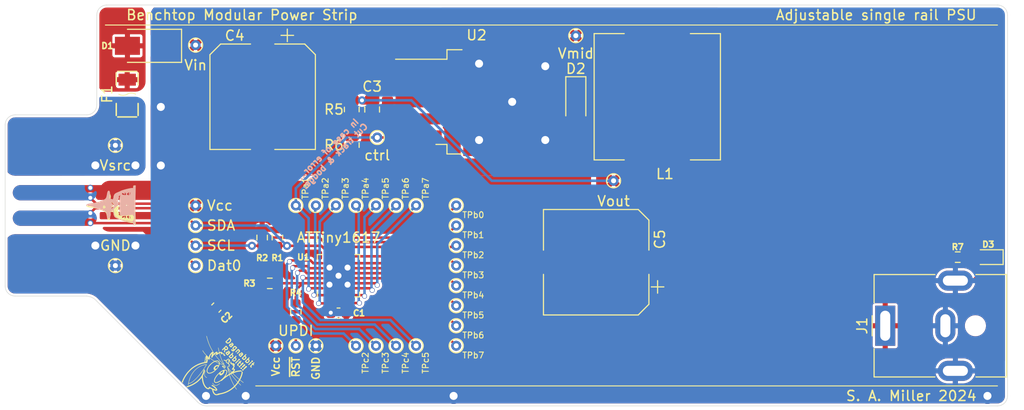
<source format=kicad_pcb>
(kicad_pcb (version 20211014) (generator pcbnew)
  (title_block (title "Adjustable single rail PSU") (date "2024-03-15") (rev "1.0.0") (company "S. A. Miller"))
  (layers (0 "F.Cu" signal) (31 "B.Cu" signal) (34 "B.Paste" user) (35 "F.Paste" user) (36 "B.SilkS" user "B.Silkscreen") (37 "F.SilkS" user "F.Silkscreen") (38 "B.Mask" user) (39 "F.Mask" user) (44 "Edge.Cuts" user))
  (net 0 "")
  (net 1 "I2C-Vcc")
  (net 2 "GND")
  (net 3 "~{RESET}")
  (net 4 "Dat0")
  (net 5 "SDA")
  (net 6 "SCL")
  (net 7 "/PA0")
  (net 8 "PA4")
  (net 9 "PA5")
  (net 10 "PA6")
  (net 11 "PA7")
  (net 12 "PB2")
  (net 13 "PB3")
  (net 14 "PA1")
  (net 15 "PA2")
  (net 16 "PA3")
  (net 17 "PB0")
  (net 18 "PB1")
  (net 19 "PB4")
  (net 20 "PB5")
  (net 21 "PB6")
  (net 22 "PB7")
  (net 23 "PC2")
  (net 24 "PC3")
  (net 25 "PC4")
  (net 26 "PC5")
  (net 27 "Vsrc")
  (net 28 "/Vin")
  (net 29 "/Vprot")
  (net 30 "Vout")
  (net 31 "/Feedback")
  (net 32 "/Vmid")
  (net 33 "Net-(D3-Pad2)")
  (footprint "Capacitor_SMD:C_0603_1608Metric" (layer "F.Cu") (at 71.072 110.188 -135)
    (fp_text reference "C2" (at 0 -1.43 45) (layer "F.SilkS") (effects (font (size 0.6 0.6))))
    (fp_text value "4.7uF")
    (pad "1" smd roundrect (at -0.775 0 225) (size 0.9 0.95) (layers "F.Cu" "F.Paste" "F.Mask") (net 1 "I2C-Vcc"))
    (pad "2" smd roundrect (at 0.775 0 225) (size 0.9 0.95) (layers "F.Cu" "F.Paste" "F.Mask") (net 2 "GND"))
  )
  (footprint "Resistor_SMD:R_0603_1608Metric" (layer "F.Cu") (at 76.402 107.772)
    (fp_text reference "R3" (at -2.032 0) (layer "F.SilkS") (effects (font (size 0.6 0.6))))
    (fp_text value "10k")
    (pad "1" smd roundrect (at -0.825 0) (size 0.8 0.95) (layers "F.Cu" "F.Paste" "F.Mask") (net 1 "I2C-Vcc"))
    (pad "2" smd roundrect (at 0.825 0) (size 0.8 0.95) (layers "F.Cu" "F.Paste" "F.Mask") (net 7 "/PA0"))
  )
  (footprint "TestPoint:TestPoint_THTPad_D1.0mm_Drill0.5mm" (layer "F.Cu") (at 69 106)
    (fp_text reference "TP3" hide)
    (fp_text value "Dat0")
    (pad "1" thru_hole circle (at 0 0) (size 1 1) (drill 0.5) (layers *.Cu *.Mask) (net 4 "Dat0"))
  )
  (footprint "tinker:TestPoint_THTPad_D1.0mm_Drill0.5mm" (layer "F.Cu") (at 61 94)
    (fp_text reference "TP1" hide)
    (fp_text value "Vsrc" hide)
    (pad "1" thru_hole circle (at 0 0) (size 1 1) (drill 0.5) (layers *.Cu *.Mask) (net 27 "Vsrc"))
  )
  (footprint "tinker:TestPoint_THTPad_D1.0mm_Drill0.5mm" (layer "F.Cu") (at 89 114 90)
    (fp_text reference "TPc4" (at -2.84 0.948 90) (layer "F.SilkS") (effects (font (size 0.6 0.6) (thickness 0.1)) (justify left)))
    (fp_text value "CtrlC" hide)
    (pad "1" thru_hole circle (at 0 0 90) (size 1 1) (drill 0.5) (layers *.Cu *.Mask) (net 25 "PC4"))
  )
  (footprint "Capacitor_SMD:C_0603_1608Metric" (layer "F.Cu") (at 83.26 110.744 180)
    (fp_text reference "C1" (at -2.048 0 180) (layer "F.SilkS") (effects (font (size 0.6 0.6))))
    (fp_text value "100nF")
    (pad "1" smd roundrect (at -0.775 0 180) (size 0.9 0.95) (layers "F.Cu" "F.Paste" "F.Mask") (net 1 "I2C-Vcc"))
    (pad "2" smd roundrect (at 0.775 0 180) (size 0.9 0.95) (layers "F.Cu" "F.Paste" "F.Mask") (net 2 "GND"))
  )
  (footprint "Inductor_SMD:L_12x12mm_H8mm" (layer "F.Cu") (at 115.062 89.154 -90)
    (fp_text reference "L1" (at 7.703604 -0.762 180) (layer "F.SilkS"))
    (fp_text value "68uH")
    (pad "1" smd rect (at -4.95 0 270) (size 2.9 5.4) (layers "F.Cu" "F.Paste" "F.Mask") (net 32 "/Vmid"))
    (pad "2" smd rect (at 4.95 0 270) (size 2.9 5.4) (layers "F.Cu" "F.Paste" "F.Mask") (net 30 "Vout"))
  )
  (footprint "tinker:TestPoint_THTPad_D1.0mm_Drill0.5mm" (layer "F.Cu") (at 95 108)
    (fp_text reference "TPb4" (at 0.55 0.95) (layer "F.SilkS") (effects (font (size 0.6 0.6) (thickness 0.1)) (justify left)))
    (fp_text value "CtrlB" hide)
    (pad "1" thru_hole circle (at 0 0) (size 1 1) (drill 0.5) (layers *.Cu *.Mask) (net 19 "PB4"))
  )
  (footprint "tinker:F1206" (layer "F.Cu") (at 62.176 88.9 90)
    (fp_text reference "F1" (at 0 -2 90) (layer "F.SilkS"))
    (fp_text value "Polyfuse" hide)
    (pad "1" smd rect (at -1.45 0 90) (size 1.19 1.73) (layers "F.Cu" "F.Paste" "F.Mask") (net 27 "Vsrc"))
    (pad "2" smd rect (at 1.45 0 90) (size 1.19 1.73) (layers "F.Cu" "F.Paste" "F.Mask") (net 29 "/Vprot"))
  )
  (footprint "Resistor_SMD:R_0603_1608Metric" (layer "F.Cu") (at 77.164 103.2 -90)
    (fp_text reference "R1" (at 2.032 0 180) (layer "F.SilkS") (effects (font (size 0.6 0.6))))
    (fp_text value "10k")
    (pad "1" smd roundrect (at -0.825 0 270) (size 0.8 0.95) (layers "F.Cu" "F.Paste" "F.Mask") (net 1 "I2C-Vcc"))
    (pad "2" smd roundrect (at 0.825 0 270) (size 0.8 0.95) (layers "F.Cu" "F.Paste" "F.Mask") (net 5 "SDA"))
  )
  (footprint "LED_SMD:LED_0603_1608Metric" (layer "F.Cu") (at 148.082 105.156 180)
    (fp_text reference "D3" (at 0 1.27) (layer "F.SilkS") (effects (font (size 0.6 0.6))))
    (fp_text value "LED")
    (pad "1" smd roundrect (at -0.7875 0 180) (size 0.875 0.95) (layers "F.Cu" "F.Paste" "F.Mask") (net 2 "GND"))
    (pad "2" smd roundrect (at 0.7875 0 180) (size 0.875 0.95) (layers "F.Cu" "F.Paste" "F.Mask") (net 33 "Net-(D3-Pad2)"))
  )
  (footprint "tinker:TestPoint_THTPad_D1.0mm_Drill0.5mm" (layer "F.Cu") (at 81 100 90)
    (fp_text reference "TPa2" (at 0.55 0.95 90) (layer "F.SilkS") (effects (font (size 0.6 0.6) (thickness 0.1)) (justify left)))
    (fp_text value "CtrlA" hide)
    (pad "1" thru_hole circle (at 0 0 90) (size 1 1) (drill 0.5) (layers *.Cu *.Mask) (net 15 "PA2"))
  )
  (footprint "tinker:TestPoint_THTPad_D1.0mm_Drill0.5mm" (layer "F.Cu") (at 91 114 90)
    (fp_text reference "TPc5" (at -2.84 0.948 90) (layer "F.SilkS") (effects (font (size 0.6 0.6) (thickness 0.1)) (justify left)))
    (fp_text value "CtrlC" hide)
    (pad "1" thru_hole circle (at 0 0 90) (size 1 1) (drill 0.5) (layers *.Cu *.Mask) (net 26 "PC5"))
  )
  (footprint "Resistor_SMD:R_0603_1608Metric" (layer "F.Cu") (at 79 110.6 -90)
    (fp_text reference "R4" (at -1.888 0.006 180) (layer "F.SilkS") (effects (font (size 0.6 0.6))))
    (fp_text value "330")
    (pad "1" smd roundrect (at -0.825 0 270) (size 0.8 0.95) (layers "F.Cu" "F.Paste" "F.Mask") (net 7 "/PA0"))
    (pad "2" smd roundrect (at 0.825 0 270) (size 0.8 0.95) (layers "F.Cu" "F.Paste" "F.Mask") (net 3 "~{RESET}"))
  )
  (footprint "tinker:TestPoint_THTPad_D1.0mm_Drill0.5mm" (layer "F.Cu") (at 110.7 97.536)
    (fp_text reference "TP20" hide)
    (fp_text value "Vsrc" hide)
    (pad "1" thru_hole circle (at 0 0) (size 1 1) (drill 0.5) (layers *.Cu *.Mask) (net 30 "Vout"))
  )
  (footprint "Resistor_SMD:R_0805_2012Metric" (layer "F.Cu") (at 84.582 90.424 -90)
    (fp_text reference "R5" (at 0 1.778) (layer "F.SilkS"))
    (fp_text value "3K")
    (pad "1" smd roundrect (at -0.9125 0 270) (size 1.025 1.4) (layers "F.Cu" "F.Paste" "F.Mask") (roundrect_rratio 0.243902439) (net 30 "Vout"))
    (pad "2" smd roundrect (at 0.9125 0 270) (size 1.025 1.4) (layers "F.Cu" "F.Paste" "F.Mask") (roundrect_rratio 0.243902439) (net 31 "/Feedback"))
  )
  (footprint "tinker:TestPoint_THTPad_D1.0mm_Drill0.5mm" (layer "F.Cu") (at 85 100 90)
    (fp_text reference "TPa4" (at 0.55 0.95 90) (layer "F.SilkS") (effects (font (size 0.6 0.6) (thickness 0.1)) (justify left)))
    (fp_text value "CtrlA" hide)
    (pad "1" thru_hole circle (at 0 0 90) (size 1 1) (drill 0.5) (layers *.Cu *.Mask) (net 8 "PA4"))
  )
  (footprint "Diode_SMD:D_SOD-123" (layer "F.Cu") (at 106.934 89.408 -90)
    (fp_text reference "D2" (at -3.048 0 180) (layer "F.SilkS"))
    (fp_text value "PMEG6010CEH")
    (pad "1" smd rect (at -1.65 0 270) (size 0.9 1.2) (layers "F.Cu" "F.Paste" "F.Mask") (net 32 "/Vmid"))
    (pad "2" smd rect (at 1.65 0 270) (size 0.9 1.2) (layers "F.Cu" "F.Paste" "F.Mask") (net 2 "GND"))
  )
  (footprint "tinker:TestPoint_THTPad_D1.0mm_Drill0.5mm" (layer "F.Cu") (at 87.122 93.218)
    (fp_text reference "TP11" hide)
    (fp_text value "Vmid" hide)
    (pad "1" thru_hole circle (at 0 0) (size 1 1) (drill 0.5) (layers *.Cu *.Mask) (net 14 "PA1"))
  )
  (footprint "TestPoint:TestPoint_THTPad_D1.0mm_Drill0.5mm" (layer "F.Cu") (at 81 114 90)
    (fp_text reference "TP19" hide)
    (fp_text value "GND")
    (pad "1" thru_hole circle (at 0 0 90) (size 1 1) (drill 0.5) (layers *.Cu *.Mask) (net 2 "GND"))
  )
  (footprint "Capacitor_SMD:CP_Elec_10x7.7" (layer "F.Cu") (at 108.966 105.664 180)
    (fp_text reference "C5" (at -6.35 2.286 90) (layer "F.SilkS"))
    (fp_text value "220u")
    (pad "1" smd roundrect (at -4.35 0 180) (size 4.4 1.9) (layers "F.Cu" "F.Paste" "F.Mask") (roundrect_rratio 0.1315789474) (net 30 "Vout"))
    (pad "2" smd roundrect (at 4.35 0 180) (size 4.4 1.9) (layers "F.Cu" "F.Paste" "F.Mask") (roundrect_rratio 0.1315789474) (net 2 "GND"))
  )
  (footprint "tinker:TestPoint_THTPad_D1.0mm_Drill0.5mm" (layer "F.Cu") (at 95 102)
    (fp_text reference "TPb1" (at 0.55 0.95) (layer "F.SilkS") (effects (font (size 0.6 0.6) (thickness 0.1)) (justify left)))
    (fp_text value "CtrlB" hide)
    (pad "1" thru_hole circle (at 0 0) (size 1 1) (drill 0.5) (layers *.Cu *.Mask) (net 18 "PB1"))
  )
  (footprint "tinker:TestPoint_THTPad_D1.0mm_Drill0.5mm" (layer "F.Cu") (at 85 114 90)
    (fp_text reference "TPc2" (at -2.84 0.948 90) (layer "F.SilkS") (effects (font (size 0.6 0.6) (thickness 0.1)) (justify left)))
    (fp_text value "CtrlC" hide)
    (pad "1" thru_hole circle (at 0 0 90) (size 1 1) (drill 0.5) (layers *.Cu *.Mask) (net 23 "PC2"))
  )
  (footprint "tinker:TestPoint_THTPad_D1.0mm_Drill0.5mm" (layer "F.Cu") (at 91 100 90)
    (fp_text reference "TPa7" (at 0.55 0.95 90) (layer "F.SilkS") (effects (font (size 0.6 0.6) (thickness 0.1)) (justify left)))
    (fp_text value "CtrlA" hide)
    (pad "1" thru_hole circle (at 0 0 90) (size 1 1) (drill 0.5) (layers *.Cu *.Mask) (net 11 "PA7"))
  )
  (footprint "Package_DFN_QFN:QFN-24-1EP_4x4mm_P0.5mm_EP2.6x2.6mm" (layer "F.Cu") (at 83.26 107.01 90)
    (fp_text reference "U1" (at 1.854 -3.504 180) (layer "F.SilkS") (effects (font (size 0.6 0.6))))
    (fp_text value "ATtiny1617")
    (pad "1" smd roundrect (at -1.9375 -1.25 90) (size 0.825 0.25) (layers "F.Cu" "F.Paste" "F.Mask") (net 15 "PA2"))
    (pad "2" smd roundrect (at -1.9375 -0.75 90) (size 0.825 0.25) (layers "F.Cu" "F.Paste" "F.Mask") (net 16 "PA3"))
    (pad "3" smd roundrect (at -1.9375 -0.25 90) (size 0.825 0.25) (layers "F.Cu" "F.Paste" "F.Mask") (net 2 "GND"))
    (pad "4" smd roundrect (at -1.9375 0.25 90) (size 0.825 0.25) (layers "F.Cu" "F.Paste" "F.Mask") (net 1 "I2C-Vcc"))
    (pad "5" smd roundrect (at -1.9375 0.75 90) (size 0.825 0.25) (layers "F.Cu" "F.Paste" "F.Mask") (net 8 "PA4"))
    (pad "6" smd roundrect (at -1.9375 1.25 90) (size 0.825 0.25) (layers "F.Cu" "F.Paste" "F.Mask") (net 9 "PA5"))
    (pad "7" smd roundrect (at -1.25 1.9375 90) (size 0.25 0.825) (layers "F.Cu" "F.Paste" "F.Mask") (net 10 "PA6"))
    (pad "8" smd roundrect (at -0.75 1.9375 90) (size 0.25 0.825) (layers "F.Cu" "F.Paste" "F.Mask") (net 11 "PA7"))
    (pad "9" smd roundrect (at -0.25 1.9375 90) (size 0.25 0.825) (layers "F.Cu" "F.Paste" "F.Mask") (net 22 "PB7"))
    (pad "10" smd roundrect (at 0.25 1.9375 90) (size 0.25 0.825) (layers "F.Cu" "F.Paste" "F.Mask") (net 21 "PB6"))
    (pad "11" smd roundrect (at 0.75 1.9375 90) (size 0.25 0.825) (layers "F.Cu" "F.Paste" "F.Mask") (net 20 "PB5"))
    (pad "12" smd roundrect (at 1.25 1.9375 90) (size 0.25 0.825) (layers "F.Cu" "F.Paste" "F.Mask") (net 19 "PB4"))
    (pad "13" smd roundrect (at 1.9375 1.25 90) (size 0.825 0.25) (layers "F.Cu" "F.Paste" "F.Mask") (net 13 "PB3"))
    (pad "14" smd roundrect (at 1.9375 0.75 90) (size 0.825 0.25) (layers "F.Cu" "F.Paste" "F.Mask") (net 12 "PB2"))
    (pad "15" smd roundrect (at 1.9375 0.25 90) (size 0.825 0.25) (layers "F.Cu" "F.Paste" "F.Mask") (net 18 "PB1"))
    (pad "16" smd roundrect (at 1.9375 -0.25 90) (size 0.825 0.25) (layers "F.Cu" "F.Paste" "F.Mask") (net 17 "PB0"))
    (pad "17" smd roundrect (at 1.9375 -0.75 90) (size 0.825 0.25) (layers "F.Cu" "F.Paste" "F.Mask") (net 6 "SCL"))
    (pad "18" smd roundrect (at 1.9375 -1.25 90) (size 0.825 0.25) (layers "F.Cu" "F.Paste" "F.Mask") (net 5 "SDA"))
    (pad "19" smd roundrect (at 1.25 -1.9375 90) (size 0.25 0.825) (layers "F.Cu" "F.Paste" "F.Mask") (net 23 "PC2"))
    (pad "20" smd roundrect (at 0.75 -1.9375 90) (size 0.25 0.825) (layers "F.Cu" "F.Paste" "F.Mask") (net 24 "PC3"))
    (pad "21" smd roundrect (at 0.25 -1.9375 90) (size 0.25 0.825) (layers "F.Cu" "F.Paste" "F.Mask") (net 25 "PC4"))
    (pad "22" smd roundrect (at -0.25 -1.9375 90) (size 0.25 0.825) (layers "F.Cu" "F.Paste" "F.Mask") (net 26 "PC5"))
    (pad "23" smd roundrect (at -0.75 -1.9375 90) (size 0.25 0.825) (layers "F.Cu" "F.Paste" "F.Mask") (net 7 "/PA0"))
    (pad "24" smd roundrect (at -1.25 -1.9375 90) (size 0.25 0.825) (layers "F.Cu" "F.Paste" "F.Mask") (net 14 "PA1"))
    (pad "25" smd rect (at 0 0 90) (size 2.6 2.6) (layers "F.Cu" "F.Mask") (net 2 "GND"))
  )
  (footprint "tinker:NerdMage" (layer "F.Cu") (at 60.5 100 90)
    (fp_text reference "G***" hide)
    (fp_text value "LOGO" hide)
  )
  (footprint "Capacitor_SMD:CP_Elec_10x7.7" (layer "F.Cu") (at 75.692 89.154 -90)
    (fp_text reference "C4" (at -6.096 2.794 180) (layer "F.SilkS"))
    (fp_text value "470u")
    (pad "1" smd roundrect (at -4.35 0 270) (size 4.4 1.9) (layers "F.Cu" "F.Paste" "F.Mask") (roundrect_rratio 0.1315789474) (net 28 "/Vin"))
    (pad "2" smd roundrect (at 4.35 0 270) (size 4.4 1.9) (layers "F.Cu" "F.Paste" "F.Mask") (roundrect_rratio 0.1315789474) (net 2 "GND"))
  )
  (footprint "tinker:TestPoint_THTPad_D1.0mm_Drill0.5mm" (layer "F.Cu") (at 61 106)
    (fp_text reference "TP2" hide)
    (fp_text value "GND" hide)
    (pad "1" thru_hole circle (at 0 0) (size 1 1) (drill 0.5) (layers *.Cu *.Mask) (net 2 "GND"))
  )
  (footprint "tinker:TestPoint_THTPad_D1.0mm_Drill0.5mm" (layer "F.Cu") (at 95 110)
    (fp_text reference "TPb5" (at 0.55 0.95) (layer "F.SilkS") (effects (font (size 0.6 0.6) (thickness 0.1)) (justify left)))
    (fp_text value "CtrlB" hide)
    (pad "1" thru_hole circle (at 0 0) (size 1 1) (drill 0.5) (layers *.Cu *.Mask) (net 20 "PB5"))
  )
  (footprint "Capacitor_SMD:C_0805_2012Metric" (layer "F.Cu") (at 86.614 90.424 -90)
    (fp_text reference "C3" (at -2.286 0) (layer "F.SilkS"))
    (fp_text value "200p")
    (pad "1" smd roundrect (at -0.95 0 270) (size 1 1.45) (layers "F.Cu" "F.Paste" "F.Mask") (net 30 "Vout"))
    (pad "2" smd roundrect (at 0.95 0 270) (size 1 1.45) (layers "F.Cu" "F.Paste" "F.Mask") (net 31 "/Feedback"))
  )
  (footprint "tinker:TestPoint_THTPad_D1.0mm_Drill0.5mm" (layer "F.Cu") (at 69 84)
    (fp_text reference "TP7" hide)
    (fp_text value "Vin" hide)
    (pad "1" thru_hole circle (at 0 0) (size 1 1) (drill 0.5) (layers *.Cu *.Mask) (net 28 "/Vin"))
  )
  (footprint "tinker:DagNabbit" (layer "F.Cu") (at 71.04 116.6 135)
    (fp_text reference "REF**" hide)
    (fp_text value "DagNabbit" hide)
    (fp_text user "Dagnabbit\nRabbit!!!" (at -0.331667 2.64 -45 unlocked) (layer "F.SilkS") (effects (font (size 0.5 0.5) (thickness 0.1))))
  )
  (footprint "tinker:TestPoint_THTPad_D1.0mm_Drill0.5mm" (layer "F.Cu") (at 106.934 83.058)
    (fp_text reference "TP10" hide)
    (fp_text value "Vmid" hide)
    (pad "1" thru_hole circle (at 0 0) (size 1 1) (drill 0.5) (layers *.Cu *.Mask) (net 32 "/Vmid"))
  )
  (footprint "Resistor_SMD:R_0603_1608Metric" (layer "F.Cu") (at 145.034 105.156)
    (fp_text reference "R7" (at 0 -1.016) (layer "F.SilkS") (effects (font (size 0.6 0.6))))
    (fp_text value "?")
    (pad "1" smd roundrect (at -0.825 0) (size 0.8 0.95) (layers "F.Cu" "F.Paste" "F.Mask") (net 30 "Vout"))
    (pad "2" smd roundrect (at 0.825 0) (size 0.8 0.95) (layers "F.Cu" "F.Paste" "F.Mask") (net 33 "Net-(D3-Pad2)"))
  )
  (footprint "TestPoint:TestPoint_THTPad_D1.0mm_Drill0.5mm" (layer "F.Cu") (at 79 114 90)
    (fp_text reference "TPa0" hide)
    (fp_text value "~{RESET}")
    (pad "1" thru_hole circle (at 0 0 90) (size 1 1) (drill 0.5) (layers *.Cu *.Mask) (net 3 "~{RESET}"))
  )
  (footprint "tinker:TestPoint_THTPad_D1.0mm_Drill0.5mm" (layer "F.Cu") (at 89 100 90)
    (fp_text reference "TPa6" (at 0.55 0.95 90) (layer "F.SilkS") (effects (font (size 0.6 0.6) (thickness 0.1)) (justify left)))
    (fp_text value "CtrlA" hide)
    (pad "1" thru_hole circle (at 0 0 90) (size 1 1) (drill 0.5) (layers *.Cu *.Mask) (net 10 "PA6"))
  )
  (footprint "tinker:TestPoint_THTPad_D1.0mm_Drill0.5mm" (layer "F.Cu") (at 79 100 90)
    (fp_text reference "TPa1" (at 0.55 0.95 90) (layer "F.SilkS") (effects (font (size 0.6 0.6) (thickness 0.1)) (justify left)))
    (fp_text value "CtrlA" hide)
    (pad "1" thru_hole circle (at 0 0 90) (size 1 1) (drill 0.5) (layers *.Cu *.Mask) (net 14 "PA1"))
  )
  (footprint "tinker:TestPoint_THTPad_D1.0mm_Drill0.5mm" (layer "F.Cu") (at 95 104)
    (fp_text reference "TPb2" (at 0.55 0.95) (layer "F.SilkS") (effects (font (size 0.6 0.6) (thickness 0.1)) (justify left)))
    (fp_text value "CtrlB" hide)
    (pad "1" thru_hole circle (at 0 0) (size 1 1) (drill 0.5) (layers *.Cu *.Mask) (net 12 "PB2"))
  )
  (footprint "TestPoint:TestPoint_THTPad_D1.0mm_Drill0.5mm" (layer "F.Cu") (at 69 104)
    (fp_text reference "TP6" hide)
    (fp_text value "Dat3")
    (pad "1" thru_hole circle (at 0 0) (size 1 1) (drill 0.5) (layers *.Cu *.Mask) (net 6 "SCL"))
  )
  (footprint "TestPoint:TestPoint_THTPad_D1.0mm_Drill0.5mm" (layer "F.Cu") (at 77 114 90)
    (fp_text reference "TP15" hide)
    (fp_text value "I2C-Vcc")
    (pad "1" thru_hole circle (at 0 0 90) (size 1 1) (drill 0.5) (layers *.Cu *.Mask) (net 1 "I2C-Vcc"))
  )
  (footprint "Resistor_SMD:R_0603_1608Metric" (layer "F.Cu") (at 75.64 103.2 -90)
    (fp_text reference "R2" (at 2.032 0 180) (layer "F.SilkS") (effects (font (size 0.6 0.6))))
    (fp_text value "10k")
    (pad "1" smd roundrect (at -0.825 0 270) (size 0.8 0.95) (layers "F.Cu" "F.Paste" "F.Mask") (net 1 "I2C-Vcc"))
    (pad "2" smd roundrect (at 0.825 0 270) (size 0.8 0.95) (layers "F.Cu" "F.Paste" "F.Mask") (net 6 "SCL"))
  )
  (footprint "tinker:TestPoint_THTPad_D1.0mm_Drill0.5mm" (layer "F.Cu") (at 87 100 90)
    (fp_text reference "TPa5" (at 0.55 0.95 90) (layer "F.SilkS") (effects (font (size 0.6 0.6) (thickness 0.1)) (justify left)))
    (fp_text value "CtrlA" hide)
    (pad "1" thru_hole circle (at 0 0 90) (size 1 1) (drill 0.5) (layers *.Cu *.Mask) (net 9 "PA5"))
  )
  (footprint "Package_TO_SOT_SMD:TO-263-5_TabPin3" (layer "F.Cu") (at 97.028 89.662)
    (fp_text reference "U2" (at 0 -6.65) (layer "F.SilkS"))
    (fp_text value "LM2596S-ADJ")
    (pad "1" smd rect (at -5.775 -3.4) (size 4.6 1.1) (layers "F.Cu" "F.Paste" "F.Mask") (net 28 "/Vin"))
    (pad "2" smd rect (at -5.775 -1.7) (size 4.6 1.1) (layers "F.Cu" "F.Paste" "F.Mask") (net 32 "/Vmid"))
    (pad "3" smd rect (at 3.375 0) (size 9.4 10.8) (layers "F.Cu" "F.Mask") (net 2 "GND"))
    (pad "3" smd rect (at -5.775 0) (size 4.6 1.1) (layers "F.Cu" "F.Paste" "F.Mask") (net 2 "GND"))
    (pad "4" smd rect (at -5.775 1.7) (size 4.6 1.1) (layers "F.Cu" "F.Paste" "F.Mask") (net 31 "/Feedback"))
    (pad "5" smd rect (at -5.775 3.4) (size 4.6 1.1) (layers "F.Cu" "F.Paste" "F.Mask") (net 14 "PA1"))
  )
  (footprint "tinker:TestPoint_THTPad_D1.0mm_Drill0.5mm" (layer "F.Cu") (at 95 114)
    (fp_text reference "TPb7" (at 0.55 0.95) (layer "F.SilkS") (effects (font (size 0.6 0.6) (thickness 0.1)) (justify left)))
    (fp_text value "CtrlB" hide)
    (pad "1" thru_hole circle (at 0 0) (size 1 1) (drill 0.5) (layers *.Cu *.Mask) (net 22 "PB7"))
  )
  (footprint "tinker:TestPoint_THTPad_D1.0mm_Drill0.5mm" (layer "F.Cu") (at 95 100)
    (fp_text reference "TPb0" (at 0.55 0.95) (layer "F.SilkS") (effects (font (size 0.6 0.6) (thickness 0.1)) (justify left)))
    (fp_text value "CtrlB" hide)
    (pad "1" thru_hole circle (at 0 0) (size 1 1) (drill 0.5) (layers *.Cu *.Mask) (net 17 "PB0"))
  )
  (footprint "tinker:BarrelJack_CUI_PJ-063AH_Horizontal" (layer "F.Cu") (at 137.8 112 90)
    (fp_text reference "J1" (at 0 -2.3 90) (layer "F.SilkS"))
    (fp_text value "Jack-DC")
    (pad "" np_thru_hole circle (at 0 9 90) (size 1.6 1.6) (drill 1.6) (layers *.Cu *.Mask))
    (pad "1" thru_hole rect (at 0 0 90) (size 4 2) (drill oval 3 1) (layers *.Cu *.Mask) (net 30 "Vout"))
    (pad "2" thru_hole oval (at 0 6 90) (size 3.3 2) (drill oval 2.3 1) (layers *.Cu *.Mask) (net 2 "GND"))
    (pad "3" thru_hole oval (at -4.5 7 90) (size 2 3.5) (drill oval 1 2.5) (layers *.Cu *.Mask) (net 2 "GND"))
    (pad "4" thru_hole oval (at 4.5 7 90) (size 2 3.5) (drill oval 1 2.5) (layers *.Cu *.Mask) (net 2 "GND"))
  )
  (footprint "tinker:TestPoint_THTPad_D1.0mm_Drill0.5mm" (layer "F.Cu") (at 95 106)
    (fp_text reference "TPb3" (at 0.55 0.95) (layer "F.SilkS") (effects (font (size 0.6 0.6) (thickness 0.1)) (justify left)))
    (fp_text value "CtrlB" hide)
    (pad "1" thru_hole circle (at 0 0) (size 1 1) (drill 0.5) (layers *.Cu *.Mask) (net 13 "PB3"))
  )
  (footprint "Diode_SMD:D_SMA" (layer "F.Cu") (at 64.2 84.074 180)
    (fp_text reference "D1" (at 4.002 0) (layer "F.SilkS") (effects (font (size 0.6 0.6))))
    (fp_text value "MRA4003T3G")
    (pad "1" smd rect (at -2 0 180) (size 2.5 1.8) (layers "F.Cu" "F.Paste" "F.Mask") (net 28 "/Vin"))
    (pad "2" smd rect (at 2 0 180) (size 2.5 1.8) (layers "F.Cu" "F.Paste" "F.Mask") (net 29 "/Vprot"))
  )
  (footprint "tinker:TestPoint_THTPad_D1.0mm_Drill0.5mm" (layer "F.Cu") (at 87 114 90)
    (fp_text reference "TPc3" (at -2.84 0.948 90) (layer "F.SilkS") (effects (font (size 0.6 0.6) (thickness 0.1)) (justify left)))
    (fp_text value "CtrlC" hide)
    (pad "1" thru_hole circle (at 0 0 90) (size 1 1) (drill 0.5) (layers *.Cu *.Mask) (net 24 "PC3"))
  )
  (footprint "tinker:TestPoint_THTPad_D1.0mm_Drill0.5mm" (layer "F.Cu") (at 83 100 90)
    (fp_text reference "TPa3" (at 0.55 0.95 90) (layer "F.SilkS") (effects (font (size 0.6 0.6) (thickness 0.1)) (justify left)))
    (fp_text value "CtrlA" hide)
    (pad "1" thru_hole circle (at 0 0 90) (size 1 1) (drill 0.5) (layers *.Cu *.Mask) (net 16 "PA3"))
  )
  (footprint "TestPoint:TestPoint_THTPad_D1.0mm_Drill0.5mm" (layer "F.Cu") (at 69 100)
    (fp_text reference "TP4" hide)
    (fp_text value "Dat1")
    (pad "1" thru_hole circle (at 0 0) (size 1 1) (drill 0.5) (layers *.Cu *.Mask) (net 1 "I2C-Vcc"))
  )
  (footprint "TestPoint:TestPoint_THTPad_D1.0mm_Drill0.5mm" (layer "F.Cu") (at 69 102)
    (fp_text reference "TP5" hide)
    (fp_text value "Dat2")
    (pad "1" thru_hole circle (at 0 0) (size 1 1) (drill 0.5) (layers *.Cu *.Mask) (net 5 "SDA"))
  )
  (footprint "tinker:TestPoint_THTPad_D1.0mm_Drill0.5mm" (layer "F.Cu") (at 95 112)
    (fp_text reference "TPb6" (at 0.55 0.95) (layer "F.SilkS") (effects (font (size 0.6 0.6) (thickness 0.1)) (justify left)))
    (fp_text value "CtrlB" hide)
    (pad "1" thru_hole circle (at 0 0) (size 1 1) (drill 0.5) (layers *.Cu *.Mask) (net 21 "PB6"))
  )
  (footprint "Resistor_SMD:R_0805_2012Metric" (layer "F.Cu") (at 84.582 93.98 -90)
    (fp_text reference "R6" (at 0 1.778) (layer "F.SilkS"))
    (fp_text value "1K")
    (pad "1" smd roundrect (at -0.9125 0 270) (size 1.025 1.4) (layers "F.Cu" "F.Paste" "F.Mask") (roundrect_rratio 0.243902439) (net 31 "/Feedback"))
    (pad "2" smd roundrect (at 0.9125 0 270) (size 1.025 1.4) (layers "F.Cu" "F.Paste" "F.Mask") (roundrect_rratio 0.243902439) (net 2 "GND"))
  )
  (footprint "tinker:NerdMage" (layer "B.Cu") (at 60.5 100 -90)
    (fp_text reference "G***" hide)
    (fp_text value "LOGO" hide)
  )
  (gr_line (start 60 82) (end 149 82) (layer "F.SilkS") (width 0.1))
  (gr_line (start 75 118) (end 149 118) (layer "F.SilkS") (width 0.1))
  (gr_line (start 59.144 109.548) (end 69.144 119.548) (layer "Edge.Cuts") (width 0.05))
  (gr_arc (start 149 80) (mid 149.707107 80.292893) (end 150 81) (layer "Edge.Cuts") (width 0.05))
  (gr_arc (start 50 91.96) (mid 50.292893 91.252893) (end 51 90.96) (layer "Edge.Cuts") (width 0.05))
  (gr_line (start 50 108.04) (end 50 91.96) (layer "Edge.Cuts") (width 0.05))
  (gr_line (start 60.144 80) (end 149 80) (layer "Edge.Cuts") (width 0.05))
  (gr_arc (start 58.144 109.04) (mid 58.694524 109.194544) (end 59.144 109.548) (layer "Edge.Cuts") (width 0.05))
  (gr_line (start 59.144 81) (end 59.144 89.96) (layer "Edge.Cuts") (width 0.05))
  (gr_arc (start 59.144 81) (mid 59.436893 80.292893) (end 60.144 80) (layer "Edge.Cuts") (width 0.05))
  (gr_arc (start 150 119) (mid 149.707107 119.707107) (end 149 120) (layer "Edge.Cuts") (width 0.05))
  (gr_arc (start 70.144 120) (mid 69.594859 119.882718) (end 69.144 119.548) (layer "Edge.Cuts") (width 0.05))
  (gr_line (start 150 119) (end 150 81) (layer "Edge.Cuts") (width 0.05))
  (gr_line (start 51 90.96) (end 58.144 90.96) (layer "Edge.Cuts") (width 0.05))
  (gr_arc (start 51 109.04) (mid 50.292893 108.747107) (end 50 108.04) (layer "Edge.Cuts") (width 0.05))
  (gr_arc (start 59.144 89.96) (mid 58.851107 90.667107) (end 58.144 90.96) (layer "Edge.Cuts") (width 0.05))
  (gr_line (start 58.144 109.04) (end 51 109.04) (layer "Edge.Cuts") (width 0.05))
  (gr_line (start 149 120) (end 70.144 120) (layer "Edge.Cuts") (width 0.05))
  (gr_text "In case of error...\nCut track & bodge." (at 82.55 94.742 45) (layer "B.SilkS") (effects (font (size 0.6 0.6)) (justify mirror)))
  (gr_text "Benchtop Modular Power Strip" (at 62 81) (layer "F.SilkS") (effects (font (size 1 1)) (justify left)))
  (gr_text "Vout" (at 110.7 99.568) (layer "F.SilkS") (effects (font (size 1 1))))
  (gr_text "Adjustable single rail PSU" (at 147 81) (layer "F.SilkS") (effects (font (size 1 1)) (justify right)))
  (gr_text "GND" (at 81 115 90) (layer "F.SilkS") (effects (font (size 0.75 0.75)) (justify right)))
  (gr_text "Vin" (at 69 86) (layer "F.SilkS") (effects (font (size 1 1))))
  (gr_text "SCL" (at 70.04 104) (layer "F.SilkS") (effects (font (size 1 1)) (justify left)))
  (gr_text "~{RST}" (at 79 115 90) (layer "F.SilkS") (effects (font (size 0.75 0.75)) (justify right)))
  (gr_text "Vcc" (at 70.04 100) (layer "F.SilkS") (effects (font (size 1 1)) (justify left)))
  (gr_text "SDA" (at 70.04 102) (layer "F.SilkS") (effects (font (size 1 1)) (justify left)))
  (gr_text "Vsrc" (at 61 96) (layer "F.SilkS") (effects (font (size 1 1))))
  (gr_text "UPDI" (at 79 112.5) (layer "F.SilkS") (effects (font (size 1 1))))
  (gr_text "Vcc" (at 77 115 90) (layer "F.SilkS") (effects (font (size 0.75 0.75)) (justify right)))
  (gr_text "Dat0" (at 70.04 106) (layer "F.SilkS") (effects (font (size 1 1)) (justify left)))
  (gr_text "ctrl" (at 87.122 94.996) (layer "F.SilkS") (effects (font (size 1 1))))
  (gr_text "ATTiny1617" (at 83.26 103.2) (layer "F.SilkS") (effects (font (size 1 1))))
  (gr_text "Vmid" (at 106.934 84.836) (layer "F.SilkS") (effects (font (size 1 1))))
  (gr_text "S. A. Miller 2024" (at 147 119) (layer "F.SilkS") (effects (font (size 1 1)) (justify right)))
  (gr_text "GND" (at 61 104) (layer "F.SilkS") (effects (font (size 1 1))))
  (segment (start 83.51 110.219) (end 84.035 110.744) (width 0.25) (layer "F.Cu") (net 1))
  (segment (start 83.51 108.9475) (end 83.51 110.219) (width 0.25) (layer "F.Cu") (net 1))
  (via (at 58.5 98.24) (size 0.6) (drill 0.4) (layers "F.Cu" "B.Cu") (net 1))
  (segment (start 82.485 110.744) (end 83.01 110.219) (width 0.25) (layer "F.Cu") (net 2))
  (segment (start 146.5255 107.5) (end 148.8695 105.156) (width 0.25) (layer "F.Cu") (net 2))
  (segment (start 144.8 107.5) (end 146.5255 107.5) (width 0.25) (layer "F.Cu") (net 2))
  (segment (start 83.01 110.219) (end 83.01 108.9475) (width 0.25) (layer "F.Cu") (net 2))
  (via (at 82.36 106.2) (size 0.8) (drill 0.6) (layers "F.Cu" "B.Cu") (net 2))
  (via (at 70.04 119) (size 1.6) (drill 0.8) (layers "F.Cu" "B.Cu") (net 2))
  (via (at 83.26 107.01) (size 0.8) (drill 0.6) (layers "F.Cu" "B.Cu") (net 2))
  (via (at 74 119) (size 1.6) (drill 0.8) (layers "F.Cu" "B.Cu") (net 2))
  (via (at 97.282 93.472) (size 1.6) (drill 0.8) (layers "F.Cu" "B.Cu") (net 2))
  (via (at 63 104) (size 1.6) (drill 0.8) (layers "F.Cu" "B.Cu") (net 2))
  (via (at 148 119) (size 1.6) (drill 0.8) (layers "F.Cu" "B.Cu") (net 2))
  (via (at 97.282 85.852) (size 1.6) (drill 0.8) (layers "F.Cu" "B.Cu") (net 2))
  (via (at 100.584 89.662) (size 1.6) (drill 0.8) (layers "F.Cu" "B.Cu") (net 2))
  (via (at 65.532 90.17) (size 1.6) (drill 0.8) (layers "F.Cu" "B.Cu") (net 2))
  (via (at 103.886 93.472) (size 1.6) (drill 0.8) (layers "F.Cu" "B.Cu") (net 2))
  (via (at 84.16 106.2) (size 0.8) (drill 0.6) (layers "F.Cu" "B.Cu") (net 2))
  (via (at 82.36 107.9) (size 0.8) (drill 0.6) (layers "F.Cu" "B.Cu") (net 2))
  (via (at 94.742 119) (size 1.6) (drill 0.8) (layers "F.Cu" "B.Cu") (net 2))
  (via (at 65.532 96.012) (size 1.6) (drill 0.8) (layers "F.Cu" "B.Cu") (net 2))
  (via (at 59 104) (size 1.6) (drill 0.8) (layers "F.Cu" "B.Cu") (net 2))
  (via (at 103.886 86.106) (size 1.6) (drill 0.8) (layers "F.Cu" "B.Cu") (net 2))
  (via (at 82.485 110.7015) (size 0.8) (drill 0.4) (layers "F.Cu" "B.Cu") (net 2))
  (via (at 84.16 107.9) (size 0.8) (drill 0.6) (layers "F.Cu" "B.Cu") (net 2))
  (segment (start 79 114) (end 79 111.425) (width 0.25) (layer "F.Cu") (net 3))
  (segment (start 58.5 101.76) (end 64.76 101.76) (width 0.25) (layer "F.Cu") (net 4))
  (segment (start 64.76 101.76) (end 69 106) (width 0.25) (layer "F.Cu") (net 4))
  (via (at 58.5 101.76) (size 0.6) (drill 0.4) (layers "F.Cu" "B.Cu") (net 4))
  (segment (start 77.164 104.025) (end 78.117 104.025) (width 0.25) (layer "F.Cu") (net 5))
  (segment (start 82.01 105.0725) (end 82.01 104.49) (width 0.25) (layer "F.Cu") (net 5))
  (segment (start 66.822 99.822) (end 69 102) (width 0.25) (layer "F.Cu") (net 5))
  (segment (start 81.545 104.025) (end 78.117 104.025) (width 0.25) (layer "F.Cu") (net 5))
  (segment (start 59.082 99.822) (end 66.822 99.822) (width 0.25) (layer "F.Cu") (net 5))
  (segment (start 82.01 104.49) (end 81.545 104.025) (width 0.25) (layer "F.Cu") (net 5))
  (segment (start 58.5 99.24) (end 59.082 99.822) (width 0.25) (layer "F.Cu") (net 5))
  (via (at 58.5 99.24) (size 0.6) (drill 0.4) (layers "F.Cu" "B.Cu") (net 5))
  (via (at 78.117 104.025) (size 0.8) (drill 0.4) (layers "F.Cu" "B.Cu") (net 5))
  (segment (start 69 102) (end 76.092 102) (width 0.25) (layer "B.Cu") (net 5))
  (segment (start 76.092 102) (end 78.117 104.025) (width 0.25) (layer "B.Cu") (net 5))
  (segment (start 58.5 100.76) (end 58.988 100.272) (width 0.25) (layer "F.Cu") (net 6))
  (segment (start 74.624 104.025) (end 75.64 104.025) (width 0.25) (layer "F.Cu") (net 6))
  (segment (start 82.51 105.0725) (end 82.51 104.353604) (width 0.25) (layer "F.Cu") (net 6))
  (segment (start 75.64 103.708) (end 75.64 104.025) (width 0.25) (layer "F.Cu") (net 6))
  (segment (start 65.272 100.272) (end 69 104) (width 0.25) (layer "F.Cu") (net 6))
  (segment (start 58.988 100.272) (end 65.272 100.272) (width 0.25) (layer "F.Cu") (net 6))
  (segment (start 82.51 104.353604) (end 81.356396 103.2) (width 0.25) (layer "F.Cu") (net 6))
  (segment (start 76.148 103.2) (end 75.64 103.708) (width 0.25) (layer "F.Cu") (net 6))
  (segment (start 81.356396 103.2) (end 76.148 103.2) (width 0.25) (layer "F.Cu") (net 6))
  (via (at 74.624 104.025) (size 0.8) (drill 0.4) (layers "F.Cu" "B.Cu") (net 6))
  (via (at 58.5 100.76) (size 0.6) (drill 0.4) (layers "F.Cu" "B.Cu") (net 6))
  (segment (start 74.599 104) (end 74.624 104.025) (width 0.25) (layer "B.Cu") (net 6))
  (segment (start 69 104) (end 74.599 104) (width 0.25) (layer "B.Cu") (net 6))
  (segment (start 79.692 107.76) (end 78.994 108.458) (width 0.25) (layer "F.Cu") (net 7))
  (segment (start 81.3225 107.76) (end 77.239 107.76) (width 0.25) (layer "F.Cu") (net 7))
  (segment (start 81.3225 107.76) (end 79.692 107.76) (width 0.25) (layer "F.Cu") (net 7))
  (segment (start 78.994 108.458) (end 78.994 109.769) (width 0.25) (layer "F.Cu") (net 7))
  (segment (start 78.994 109.769) (end 79 109.775) (width 0.25) (layer "F.Cu") (net 7))
  (segment (start 77.239 107.76) (end 77.227 107.772) (width 0.25) (layer "F.Cu") (net 7))
  (segment (start 85.344 109.734193) (end 84.336185 109.734193) (width 0.25) (layer "F.Cu") (net 8))
  (segment (start 84.336185 109.734193) (end 84.01 109.408008) (width 0.25) (layer "F.Cu") (net 8))
  (segment (start 84.01 109.408008) (end 84.01 108.9475) (width 0.25) (layer "F.Cu") (net 8))
  (via (at 85.344 109.734193) (size 0.5) (drill 0.4) (layers "F.Cu" "B.Cu") (net 8))
  (segment (start 85.277 109.667193) (end 85.344 109.734193) (width 0.25) (layer "B.Cu") (net 8))
  (segment (start 85.277 100.277) (end 85.277 109.667193) (width 0.25) (layer "B.Cu") (net 8))
  (segment (start 85 100) (end 85.277 100.277) (width 0.25) (layer "B.Cu") (net 8))
  (segment (start 85.7575 108.9475) (end 84.51 108.9475) (width 0.25) (layer "F.Cu") (net 9))
  (segment (start 85.852 109.042) (end 85.7575 108.9475) (width 0.25) (layer "F.Cu") (net 9))
  (via (at 85.852 109.042) (size 0.5) (drill 0.4) (layers "F.Cu" "B.Cu") (net 9))
  (segment (start 85.852 109.042) (end 85.852 101.148) (width 0.25) (layer "B.Cu") (net 9))
  (segment (start 85.852 101.148) (end 87 100) (width 0.25) (layer "B.Cu") (net 9))
  (segment (start 86.416 108.26) (end 85.1975 108.26) (width 0.25) (layer "F.Cu") (net 10))
  (segment (start 86.614 108.458) (end 86.416 108.26) (width 0.25) (layer "F.Cu") (net 10))
  (via (at 86.614 108.458) (size 0.5) (drill 0.4) (layers "F.Cu" "B.Cu") (net 10))
  (segment (start 86.547 108.391) (end 86.614 108.458) (width 0.25) (layer "B.Cu") (net 10))
  (segment (start 89 100) (end 86.547 102.453) (width 0.25) (layer "B.Cu") (net 10))
  (segment (start 86.547 102.453) (end 86.547 108.391) (width 0.25) (layer "B.Cu") (net 10))
  (segment (start 86.932 107.76) (end 85.1975 107.76) (width 0.25) (layer "F.Cu") (net 11))
  (segment (start 87.122 107.95) (end 86.932 107.76) (width 0.25) (layer "F.Cu") (net 11))
  (via (at 87.122 107.95) (size 0.5) (drill 0.4) (layers "F.Cu" "B.Cu") (net 11))
  (segment (start 87.122 103.878) (end 91 100) (width 0.25) (layer "B.Cu") (net 11))
  (segment (start 87.122 107.95) (end 87.122 103.878) (width 0.25) (layer "B.Cu") (net 11))
  (segment (start 84.614 104.14) (end 84.582 104.108) (width 0.25) (layer "F.Cu") (net 12))
  (segment (start 84.582 104.108) (end 84.384 104.108) (width 0.25) (layer "F.Cu") (net 12))
  (segment (start 84.01 104.482) (end 84.01 105.0725) (width 0.25) (layer "F.Cu") (net 12))
  (segment (start 94.86 104.14) (end 84.614 104.14) (width 0.25) (layer "F.Cu") (net 12))
  (segment (start 84.384 104.108) (end 84.01 104.482) (width 0.25) (layer "F.Cu") (net 12))
  (segment (start 95 104) (end 94.86 104.14) (width 0.25) (layer "F.Cu") (net 12))
  (segment (start 95 106) (end 94.0725 105.0725) (width 0.25) (layer "F.Cu") (net 13))
  (segment (start 94.0725 105.0725) (end 84.51 105.0725) (width 0.25) (layer "F.Cu") (net 13))
  (segment (start 80.353 108.26) (end 81.3225 108.26) (width 0.25) (layer "F.Cu") (net 14))
  (segment (start 80.2785 108.3345) (end 80.353 108.26) (width 0.25) (layer "F.Cu") (net 14))
  (segment (start 87.122 93.218) (end 91.097 93.218) (width 0.25) (layer "F.Cu") (net 14))
  (segment (start 91.097 93.218) (end 91.253 93.062) (width 0.25) (layer "F.Cu") (net 14))
  (via (at 80.2785 108.3345) (size 0.5) (drill 0.4) (layers "F.Cu" "B.Cu") (net 14))
  (segment (start 80.279 108.334) (end 80.279 101.279) (width 0.25) (layer "B.Cu") (net 14))
  (segment (start 80.279 101.279) (end 79 100) (width 0.25) (layer "B.Cu") (net 14))
  (segment (start 79 98.292) (end 79 100) (width 0.25) (layer "B.Cu") (net 14))
  (segment (start 87.122 93.218) (end 84.074 93.218) (width 0.25) (layer "B.Cu") (net 14))
  (segment (start 80.2785 108.3345) (end 80.279 108.334) (width 0.25) (layer "B.Cu") (net 14))
  (segment (start 84.074 93.218) (end 79 98.292) (width 0.25) (layer "B.Cu") (net 14))
  (segment (start 80.806212 108.9475) (end 82.01 108.9475) (width 0.25) (layer "F.Cu") (net 15))
  (via (at 80.806212 108.9475) (size 0.5) (drill 0.4) (layers "F.Cu" "B.Cu") (net 15))
  (segment (start 80.806212 108.9475) (end 80.930712 108.823) (width 0.25) (layer "B.Cu") (net 15))
  (segment (start 80.930712 100.069288) (end 81 100) (width 0.25) (layer "B.Cu") (net 15))
  (segment (start 80.930712 108.823) (end 80.930712 100.069288) (width 0.25) (layer "B.Cu") (net 15))
  (segment (start 82.150951 109.767057) (end 82.51 109.408008) (width 0.25) (layer "F.Cu") (net 16))
  (segment (start 81.28 109.767057) (end 82.150951 109.767057) (width 0.25) (layer "F.Cu") (net 16))
  (segment (start 82.51 109.408008) (end 82.51 108.9475) (width 0.25) (layer "F.Cu") (net 16))
  (via (at 81.28 109.767057) (size 0.5) (drill 0.4) (layers "F.Cu" "B.Cu") (net 16))
  (segment (start 81.380712 109.666345) (end 81.28 109.767057) (width 0.25) (layer "B.Cu") (net 16))
  (segment (start 81.380712 101.619288) (end 81.380712 109.666345) (width 0.25) (layer "B.Cu") (net 16))
  (segment (start 83 100) (end 81.380712 101.619288) (width 0.25) (layer "B.Cu") (net 16))
  (segment (start 83.01 104.209208) (end 83.01 105.0725) (width 0.25) (layer "F.Cu") (net 17))
  (segment (start 84.011208 103.208) (end 83.01 104.209208) (width 0.25) (layer "F.Cu") (net 17))
  (segment (start 95 100) (end 91.792 103.208) (width 0.25) (layer "F.Cu") (net 17))
  (segment (start 91.792 103.208) (end 84.011208 103.208) (width 0.25) (layer "F.Cu") (net 17))
  (segment (start 84.197604 103.658) (end 83.51 104.345604) (width 0.25) (layer "F.Cu") (net 18))
  (segment (start 93.342 103.658) (end 84.197604 103.658) (width 0.25) (layer "F.Cu") (net 18))
  (segment (start 95 102) (end 93.342 103.658) (width 0.25) (layer "F.Cu") (net 18))
  (segment (start 83.51 104.345604) (end 83.51 105.0725) (width 0.25) (layer "F.Cu") (net 18))
  (segment (start 92.76 105.76) (end 85.1975 105.76) (width 0.25) (layer "F.Cu") (net 19))
  (segment (start 95 108) (end 92.76 105.76) (width 0.25) (layer "F.Cu") (net 19))
  (segment (start 95 110) (end 91.26 106.26) (width 0.25) (layer "F.Cu") (net 20))
  (segment (start 91.26 106.26) (end 85.1975 106.26) (width 0.25) (layer "F.Cu") (net 20))
  (segment (start 95 112) (end 92.719 109.719) (width 0.25) (layer "F.Cu") (net 21))
  (segment (start 85.1975 106.76) (end 89.76 106.76) (width 0.25) (layer "F.Cu") (net 21))
  (segment (start 89.76 106.76) (end 92.719 109.719) (width 0.25) (layer "F.Cu") (net 21))
  (segment (start 88.26 107.26) (end 95 114) (width 0.25) (layer "F.Cu") (net 22))
  (segment (start 85.1975 107.26) (end 88.26 107.26) (width 0.25) (layer "F.Cu") (net 22))
  (segment (start 80.74 105.76) (end 80.466 105.486) (width 0.25) (layer "F.Cu") (net 23))
  (segment (start 81.3225 105.76) (end 80.74 105.76) (width 0.25) (layer "F.Cu") (net 23))
  (segment (start 80.466 105.486) (end 78.490972 105.486) (width 0.25) (layer "F.Cu") (net 23))
  (segment (start 78.490972 105.486) (end 78.368658 105.608314) (width 0.25) (layer "F.Cu") (net 23))
  (via (at 78.368658 105.608314) (size 0.5) (drill 0.4) (layers "F.Cu" "B.Cu") (net 23))
  (segment (start 78.104577 110.108577) (end 78.104577 105.872395) (width 0.25) (layer "B.Cu") (net 23))
  (segment (start 78.104577 105.872395) (end 78.368658 105.608314) (width 0.25) (layer "B.Cu") (net 23))
  (segment (start 85 114) (end 83.776 112.776) (width 0.25) (layer "B.Cu") (net 23))
  (segment (start 83.776 112.776) (end 80.772 112.776) (width 0.25) (layer "B.Cu") (net 23))
  (segment (start 80.772 112.776) (end 78.104577 110.108577) (width 0.25) (layer "B.Cu") (net 23))
  (segment (start 78.679577 106.110568) (end 78.679577 106.234919) (width 0.25) (layer "F.Cu") (net 24))
  (segment (start 78.738145 106.052) (end 78.679577 106.110568) (width 0.25) (layer "F.Cu") (net 24))
  (segment (start 81.3225 106.26) (end 80.352396 106.26) (width 0.25) (layer "F.Cu") (net 24))
  (segment (start 80.352396 106.26) (end 80.144396 106.052) (width 0.25) (layer "F.Cu") (net 24))
  (segment (start 80.144396 106.052) (end 78.738145 106.052) (width 0.25) (layer "F.Cu") (net 24))
  (via (at 78.679577 106.234919) (size 0.5) (drill 0.4) (layers "F.Cu" "B.Cu") (net 24))
  (segment (start 87 114) (end 85.326 112.326) (width 0.25) (layer "B.Cu") (net 24))
  (segment (start 85.326 112.326) (end 80.963 112.326) (width 0.25) (layer "B.Cu") (net 24))
  (segment (start 80.963 112.326) (end 78.59483 109.95783) (width 0.25) (layer "B.Cu") (net 24))
  (segment (start 78.59483 106.319666) (end 78.679577 106.234919) (width 0.25) (layer "B.Cu") (net 24))
  (segment (start 78.59483 109.95783) (end 78.59483 106.319666) (width 0.25) (layer "B.Cu") (net 24))
  (segment (start 81.3225 106.76) (end 80.091673 106.76) (width 0.25) (layer "F.Cu") (net 25))
  (segment (start 79.958 106.502) (end 79.401704 106.502) (width 0.25) (layer "F.Cu") (net 25))
  (segment (start 80.091673 106.76) (end 79.958 106.626327) (width 0.25) (layer "F.Cu") (net 25))
  (segment (start 79.401704 106.502) (end 79.16983 106.733874) (width 0.25) (layer "F.Cu") (net 25))
  (segment (start 79.958 106.626327) (end 79.958 106.502) (width 0.25) (layer "F.Cu") (net 25))
  (via (at 79.16983 106.733874) (size 0.5) (drill 0.4) (layers "F.Cu" "B.Cu") (net 25))
  (segment (start 89 114) (end 86.876 111.876) (width 0.25) (layer "B.Cu") (net 25))
  (segment (start 79.129 109.851) (end 79.129 106.774704) (width 0.25) (layer "B.Cu") (net 25))
  (segment (start 79.129 106.774704) (end 79.16983 106.733874) (width 0.25) (layer "B.Cu") (net 25))
  (segment (start 86.876 111.876) (end 81.154 111.876) (width 0.25) (layer "B.Cu") (net 25))
  (segment (start 81.154 111.876) (end 79.129 109.851) (width 0.25) (layer "B.Cu") (net 25))
  (segment (start 79.7785 107.26) (end 79.704 107.1855) (width 0.25) (layer "F.Cu") (net 26))
  (segment (start 81.3225 107.26) (end 79.7785 107.26) (width 0.25) (layer "F.Cu") (net 26))
  (via (at 79.704 107.1855) (size 0.5) (drill 0.4) (layers "F.Cu" "B.Cu") (net 26))
  (segment (start 91 114) (end 88.426 111.426) (width 0.25) (layer "B.Cu") (net 26))
  (segment (start 81.454 111.426) (end 80.645 110.617) (width 0.25) (layer "B.Cu") (net 26))
  (segment (start 79.704 107.1855) (end 79.704 109.676) (width 0.25) (layer "B.Cu") (net 26))
  (segment (start 79.704 109.676) (end 80.645 110.617) (width 0.25) (layer "B.Cu") (net 26))
  (segment (start 88.426 111.426) (end 81.454 111.426) (width 0.25) (layer "B.Cu") (net 26))
  (via (at 63 96) (size 1.6) (drill 0.8) (layers "F.Cu" "B.Cu") (net 27))
  (via (at 59 96) (size 1.6) (drill 0.8) (layers "F.Cu" "B.Cu") (net 27))
  (segment (start 86.614 89.8125) (end 85.598 89.8125) (width 0.25) (layer "F.Cu") (net 30))
  (segment (start 86.5765 89.5115) (end 86.614 89.474) (width 0.25) (layer "F.Cu") (net 30))
  (segment (start 84.582 89.5115) (end 86.5765 89.5115) (width 0.25) (layer "F.Cu") (net 30))
  (via (at 85.598 89.5115) (size 0.8) (drill 0.4) (layers "F.Cu" "B.Cu") (net 30))
  (segment (start 110.7 97.536) (end 98.552 97.536) (width 0.25) (layer "B.Cu") (net 30))
  (segment (start 98.552 97.536) (end 90.5275 89.5115) (width 0.25) (layer "B.Cu") (net 30))
  (segment (start 90.5275 89.5115) (end 85.598 89.5115) (width 0.25) (layer "B.Cu") (net 30))
  (segment (start 84.6075 91.362) (end 91.253 91.362) (width 0.25) (layer "F.Cu") (net 31))
  (segment (start 84.582 91.3365) (end 84.582 93.0675) (width 0.25) (layer "F.Cu") (net 31))
  (segment (start 84.582 91.3365) (end 84.6075 91.362) (width 0.25) (layer "F.Cu") (net 31))
  (segment (start 145.859 105.156) (end 147.2945 105.156) (width 0.25) (layer "F.Cu") (net 33))
  (zone (net 2) (net_name "GND") (layer "F.Cu") (connect_pads (clearance 0.254)) (min_thickness 0.254) (fill yes (thermal_gap 0.254) (thermal_bridge_width 0.508) (smoothing fillet) (radius 1))
    (polygon (pts (xy 108.458 116.332) (xy 97.028 116.332) (xy 97.028 97.028) (xy 108.458 97.028)))
  )
  (zone (net 27) (net_name "Vsrc") (layer "F.Cu") (connect_pads (clearance 0.254)) (min_thickness 0.254) (fill yes (thermal_gap 0.254) (thermal_bridge_width 0.508) (smoothing fillet) (radius 1))
    (polygon (pts (xy 64.003288 97.013505) (xy 49.487288 97.034755) (xy 49.561944 89.236756) (xy 63.978582 89.236756)))
  )
  (zone (net 1) (net_name "I2C-Vcc") (layer "F.Cu") (connect_pads (clearance 0.254)) (min_thickness 0.254) (fill yes (thermal_gap 0.254) (thermal_bridge_width 0.508) (smoothing fillet) (radius 1))
    (polygon (pts (xy 59.652 99.492) (xy 50.762 99.492) (xy 50.762 97.968) (xy 59.652 97.968)))
  )
  (zone (net 1) (net_name "I2C-Vcc") (layer "F.Cu") (connect_pads (clearance 0.254)) (min_thickness 0.254) (fill yes (thermal_gap 0.254) (thermal_bridge_width 0.508) (smoothing fillet) (radius 1))
    (polygon (pts (xy 96.266 116.078) (xy 76.962 116.078) (xy 63.754 102.616) (xy 59.436 102.616) (xy 59.436 97.536) (xy 96.266 97.536)))
  )
  (zone (net 29) (net_name "/Vprot") (layer "F.Cu") (connect_pads (clearance 0.254)) (min_thickness 0.254) (fill yes (thermal_gap 0.254) (thermal_bridge_width 0.508) (smoothing fillet) (radius 1))
    (polygon (pts (xy 64.008 88.646) (xy 49.53 88.646) (xy 49.53 79.502) (xy 64.008 79.502)))
  )
  (zone (net 4) (net_name "Dat0") (layer "F.Cu") (connect_pads (clearance 0.254)) (min_thickness 0.254) (fill yes (thermal_gap 0.254) (thermal_bridge_width 0.508) (smoothing fillet) (radius 1))
    (polygon (pts (xy 59.144 102.032) (xy 50.762 102.032) (xy 50.762 100.508) (xy 59.144 100.508)))
  )
  (zone (net 32) (net_name "/Vmid") (layer "F.Cu") (connect_pads (clearance 0.254)) (min_thickness 0.254) (fill yes (thermal_gap 0.254) (thermal_bridge_width 0.508) (smoothing fillet) (radius 1))
    (polygon (pts (xy 121.412 88.646) (xy 93.218 88.646) (xy 93.218 79.502) (xy 121.412 79.502)))
  )
  (zone (net 2) (net_name "GND") (layer "F.Cu") (connect_pads (clearance 0.254)) (min_thickness 0.254) (fill yes (thermal_gap 0.254) (thermal_bridge_width 0.508) (smoothing fillet) (radius 1))
    (polygon (pts (xy 108.458 97.028) (xy 64.516 97.028) (xy 64.516 89.154) (xy 108.458 89.154)))
  )
  (zone (net 30) (net_name "Vout") (layer "F.Cu") (connect_pads (clearance 0.254)) (min_thickness 0.254) (fill yes (thermal_gap 0.254) (thermal_bridge_width 0.508) (smoothing fillet) (radius 1))
    (polygon (pts (xy 150.622 115.824) (xy 108.966 115.824) (xy 108.966 89.154) (xy 150.622 89.154)))
  )
  (zone (net 28) (net_name "/Vin") (layer "F.Cu") (connect_pads (clearance 0.254)) (min_thickness 0.254) (fill yes (thermal_gap 0.254) (thermal_bridge_width 0.508) (smoothing fillet) (radius 1))
    (polygon (pts (xy 92.71 88.646) (xy 64.516 88.646) (xy 64.516 79.502) (xy 92.71 79.502)))
  )
  (zone (net 2) (net_name "GND") (layer "F.Cu") (connect_pads (clearance 0.254)) (min_thickness 0.254) (fill yes (thermal_gap 0.254) (thermal_bridge_width 0.508) (smoothing fillet) (radius 1))
    (polygon (pts (xy 76.708 116.332) (xy 150.368 116.332) (xy 150.368 120.396) (xy 49.53 120.396) (xy 49.53 102.87) (xy 63.5 102.87)))
  )
  (zone (net 6) (net_name "SCL") (layer "B.Cu") (connect_pads (clearance 0.254)) (min_thickness 0.254) (fill yes (thermal_gap 0.254) (thermal_bridge_width 0.508) (smoothing fillet) (radius 1))
    (polygon (pts (xy 59.144 102.032) (xy 50.762 102.032) (xy 50.762 100.508) (xy 59.144 100.508)))
  )
  (zone (net 2) (net_name "GND") (layer "B.Cu") (connect_pads (clearance 0.254)) (min_thickness 0.254) (fill yes (thermal_gap 0.254) (thermal_bridge_width 0.508) (smoothing fillet) (radius 1))
    (polygon (pts (xy 150.622 120.396) (xy 49.53 120.396) (xy 49.53 102.87) (xy 64.516 102.87) (xy 64.516 79.502) (xy 150.622 79.502)))
  )
  (zone (net 5) (net_name "SDA") (layer "B.Cu") (connect_pads (clearance 0.254)) (min_thickness 0.254) (fill yes (thermal_gap 0.254) (thermal_bridge_width 0.508) (smoothing fillet) (radius 1))
    (polygon (pts (xy 59.144 99.492) (xy 50.762 99.492) (xy 50.762 97.968) (xy 59.144 97.968)))
  )
  (zone (net 27) (net_name "Vsrc") (layer "B.Cu") (connect_pads (clearance 0.254)) (min_thickness 0.254) (fill yes (thermal_gap 0.254) (thermal_bridge_width 0.508) (smoothing fillet) (radius 1))
    (polygon (pts (xy 64.008 97.028) (xy 49.53 97.028) (xy 49.53 89.154) (xy 64.008 89.154)))
  )
)
</source>
